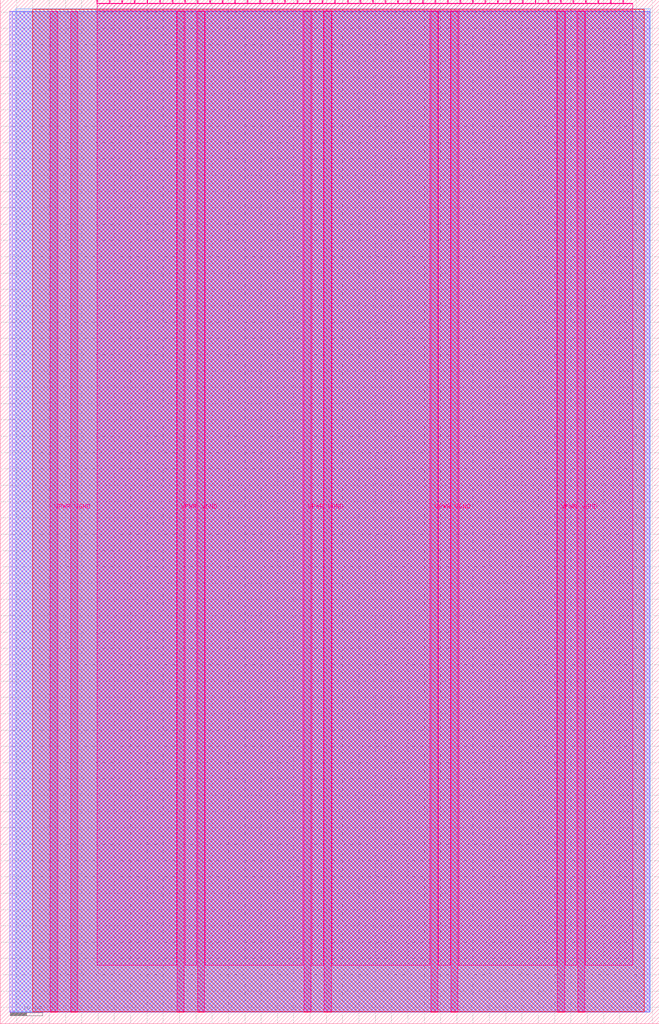
<source format=lef>
VERSION 5.7 ;
  NOWIREEXTENSIONATPIN ON ;
  DIVIDERCHAR "/" ;
  BUSBITCHARS "[]" ;
MACRO tt_um_dendraws_donut
  CLASS BLOCK ;
  FOREIGN tt_um_dendraws_donut ;
  ORIGIN 0.000 0.000 ;
  SIZE 202.080 BY 313.740 ;
  PIN VGND
    DIRECTION INOUT ;
    USE GROUND ;
    PORT
      LAYER Metal5 ;
        RECT 21.580 3.560 23.780 310.180 ;
    END
    PORT
      LAYER Metal5 ;
        RECT 60.450 3.560 62.650 310.180 ;
    END
    PORT
      LAYER Metal5 ;
        RECT 99.320 3.560 101.520 310.180 ;
    END
    PORT
      LAYER Metal5 ;
        RECT 138.190 3.560 140.390 310.180 ;
    END
    PORT
      LAYER Metal5 ;
        RECT 177.060 3.560 179.260 310.180 ;
    END
  END VGND
  PIN VPWR
    DIRECTION INOUT ;
    USE POWER ;
    PORT
      LAYER Metal5 ;
        RECT 15.380 3.560 17.580 310.180 ;
    END
    PORT
      LAYER Metal5 ;
        RECT 54.250 3.560 56.450 310.180 ;
    END
    PORT
      LAYER Metal5 ;
        RECT 93.120 3.560 95.320 310.180 ;
    END
    PORT
      LAYER Metal5 ;
        RECT 131.990 3.560 134.190 310.180 ;
    END
    PORT
      LAYER Metal5 ;
        RECT 170.860 3.560 173.060 310.180 ;
    END
  END VPWR
  PIN clk
    DIRECTION INPUT ;
    USE SIGNAL ;
    ANTENNAGATEAREA 0.213200 ;
    PORT
      LAYER Metal5 ;
        RECT 187.050 312.740 187.350 313.740 ;
    END
  END clk
  PIN ena
    DIRECTION INPUT ;
    USE SIGNAL ;
    PORT
      LAYER Metal5 ;
        RECT 190.890 312.740 191.190 313.740 ;
    END
  END ena
  PIN rst_n
    DIRECTION INPUT ;
    USE SIGNAL ;
    ANTENNAGATEAREA 0.314600 ;
    PORT
      LAYER Metal5 ;
        RECT 183.210 312.740 183.510 313.740 ;
    END
  END rst_n
  PIN ui_in[0]
    DIRECTION INPUT ;
    USE SIGNAL ;
    PORT
      LAYER Metal5 ;
        RECT 179.370 312.740 179.670 313.740 ;
    END
  END ui_in[0]
  PIN ui_in[1]
    DIRECTION INPUT ;
    USE SIGNAL ;
    PORT
      LAYER Metal5 ;
        RECT 175.530 312.740 175.830 313.740 ;
    END
  END ui_in[1]
  PIN ui_in[2]
    DIRECTION INPUT ;
    USE SIGNAL ;
    PORT
      LAYER Metal5 ;
        RECT 171.690 312.740 171.990 313.740 ;
    END
  END ui_in[2]
  PIN ui_in[3]
    DIRECTION INPUT ;
    USE SIGNAL ;
    PORT
      LAYER Metal5 ;
        RECT 167.850 312.740 168.150 313.740 ;
    END
  END ui_in[3]
  PIN ui_in[4]
    DIRECTION INPUT ;
    USE SIGNAL ;
    PORT
      LAYER Metal5 ;
        RECT 164.010 312.740 164.310 313.740 ;
    END
  END ui_in[4]
  PIN ui_in[5]
    DIRECTION INPUT ;
    USE SIGNAL ;
    PORT
      LAYER Metal5 ;
        RECT 160.170 312.740 160.470 313.740 ;
    END
  END ui_in[5]
  PIN ui_in[6]
    DIRECTION INPUT ;
    USE SIGNAL ;
    PORT
      LAYER Metal5 ;
        RECT 156.330 312.740 156.630 313.740 ;
    END
  END ui_in[6]
  PIN ui_in[7]
    DIRECTION INPUT ;
    USE SIGNAL ;
    PORT
      LAYER Metal5 ;
        RECT 152.490 312.740 152.790 313.740 ;
    END
  END ui_in[7]
  PIN uio_in[0]
    DIRECTION INPUT ;
    USE SIGNAL ;
    PORT
      LAYER Metal5 ;
        RECT 148.650 312.740 148.950 313.740 ;
    END
  END uio_in[0]
  PIN uio_in[1]
    DIRECTION INPUT ;
    USE SIGNAL ;
    PORT
      LAYER Metal5 ;
        RECT 144.810 312.740 145.110 313.740 ;
    END
  END uio_in[1]
  PIN uio_in[2]
    DIRECTION INPUT ;
    USE SIGNAL ;
    PORT
      LAYER Metal5 ;
        RECT 140.970 312.740 141.270 313.740 ;
    END
  END uio_in[2]
  PIN uio_in[3]
    DIRECTION INPUT ;
    USE SIGNAL ;
    PORT
      LAYER Metal5 ;
        RECT 137.130 312.740 137.430 313.740 ;
    END
  END uio_in[3]
  PIN uio_in[4]
    DIRECTION INPUT ;
    USE SIGNAL ;
    PORT
      LAYER Metal5 ;
        RECT 133.290 312.740 133.590 313.740 ;
    END
  END uio_in[4]
  PIN uio_in[5]
    DIRECTION INPUT ;
    USE SIGNAL ;
    PORT
      LAYER Metal5 ;
        RECT 129.450 312.740 129.750 313.740 ;
    END
  END uio_in[5]
  PIN uio_in[6]
    DIRECTION INPUT ;
    USE SIGNAL ;
    PORT
      LAYER Metal5 ;
        RECT 125.610 312.740 125.910 313.740 ;
    END
  END uio_in[6]
  PIN uio_in[7]
    DIRECTION INPUT ;
    USE SIGNAL ;
    PORT
      LAYER Metal5 ;
        RECT 121.770 312.740 122.070 313.740 ;
    END
  END uio_in[7]
  PIN uio_oe[0]
    DIRECTION OUTPUT ;
    USE SIGNAL ;
    ANTENNADIFFAREA 0.299200 ;
    PORT
      LAYER Metal5 ;
        RECT 56.490 312.740 56.790 313.740 ;
    END
  END uio_oe[0]
  PIN uio_oe[1]
    DIRECTION OUTPUT ;
    USE SIGNAL ;
    ANTENNADIFFAREA 0.299200 ;
    PORT
      LAYER Metal5 ;
        RECT 52.650 312.740 52.950 313.740 ;
    END
  END uio_oe[1]
  PIN uio_oe[2]
    DIRECTION OUTPUT ;
    USE SIGNAL ;
    ANTENNADIFFAREA 0.299200 ;
    PORT
      LAYER Metal5 ;
        RECT 48.810 312.740 49.110 313.740 ;
    END
  END uio_oe[2]
  PIN uio_oe[3]
    DIRECTION OUTPUT ;
    USE SIGNAL ;
    ANTENNADIFFAREA 0.299200 ;
    PORT
      LAYER Metal5 ;
        RECT 44.970 312.740 45.270 313.740 ;
    END
  END uio_oe[3]
  PIN uio_oe[4]
    DIRECTION OUTPUT ;
    USE SIGNAL ;
    ANTENNADIFFAREA 0.299200 ;
    PORT
      LAYER Metal5 ;
        RECT 41.130 312.740 41.430 313.740 ;
    END
  END uio_oe[4]
  PIN uio_oe[5]
    DIRECTION OUTPUT ;
    USE SIGNAL ;
    ANTENNADIFFAREA 0.299200 ;
    PORT
      LAYER Metal5 ;
        RECT 37.290 312.740 37.590 313.740 ;
    END
  END uio_oe[5]
  PIN uio_oe[6]
    DIRECTION OUTPUT ;
    USE SIGNAL ;
    ANTENNADIFFAREA 0.299200 ;
    PORT
      LAYER Metal5 ;
        RECT 33.450 312.740 33.750 313.740 ;
    END
  END uio_oe[6]
  PIN uio_oe[7]
    DIRECTION OUTPUT ;
    USE SIGNAL ;
    ANTENNADIFFAREA 0.299200 ;
    PORT
      LAYER Metal5 ;
        RECT 29.610 312.740 29.910 313.740 ;
    END
  END uio_oe[7]
  PIN uio_out[0]
    DIRECTION OUTPUT ;
    USE SIGNAL ;
    ANTENNADIFFAREA 0.299200 ;
    PORT
      LAYER Metal5 ;
        RECT 87.210 312.740 87.510 313.740 ;
    END
  END uio_out[0]
  PIN uio_out[1]
    DIRECTION OUTPUT ;
    USE SIGNAL ;
    ANTENNADIFFAREA 0.299200 ;
    PORT
      LAYER Metal5 ;
        RECT 83.370 312.740 83.670 313.740 ;
    END
  END uio_out[1]
  PIN uio_out[2]
    DIRECTION OUTPUT ;
    USE SIGNAL ;
    ANTENNADIFFAREA 0.299200 ;
    PORT
      LAYER Metal5 ;
        RECT 79.530 312.740 79.830 313.740 ;
    END
  END uio_out[2]
  PIN uio_out[3]
    DIRECTION OUTPUT ;
    USE SIGNAL ;
    ANTENNADIFFAREA 0.299200 ;
    PORT
      LAYER Metal5 ;
        RECT 75.690 312.740 75.990 313.740 ;
    END
  END uio_out[3]
  PIN uio_out[4]
    DIRECTION OUTPUT ;
    USE SIGNAL ;
    ANTENNADIFFAREA 0.299200 ;
    PORT
      LAYER Metal5 ;
        RECT 71.850 312.740 72.150 313.740 ;
    END
  END uio_out[4]
  PIN uio_out[5]
    DIRECTION OUTPUT ;
    USE SIGNAL ;
    ANTENNADIFFAREA 0.299200 ;
    PORT
      LAYER Metal5 ;
        RECT 68.010 312.740 68.310 313.740 ;
    END
  END uio_out[5]
  PIN uio_out[6]
    DIRECTION OUTPUT ;
    USE SIGNAL ;
    ANTENNADIFFAREA 0.299200 ;
    PORT
      LAYER Metal5 ;
        RECT 64.170 312.740 64.470 313.740 ;
    END
  END uio_out[6]
  PIN uio_out[7]
    DIRECTION OUTPUT ;
    USE SIGNAL ;
    ANTENNADIFFAREA 0.299200 ;
    PORT
      LAYER Metal5 ;
        RECT 60.330 312.740 60.630 313.740 ;
    END
  END uio_out[7]
  PIN uo_out[0]
    DIRECTION OUTPUT ;
    USE SIGNAL ;
    ANTENNADIFFAREA 0.706800 ;
    PORT
      LAYER Metal5 ;
        RECT 117.930 312.740 118.230 313.740 ;
    END
  END uo_out[0]
  PIN uo_out[1]
    DIRECTION OUTPUT ;
    USE SIGNAL ;
    ANTENNADIFFAREA 0.706800 ;
    PORT
      LAYER Metal5 ;
        RECT 114.090 312.740 114.390 313.740 ;
    END
  END uo_out[1]
  PIN uo_out[2]
    DIRECTION OUTPUT ;
    USE SIGNAL ;
    ANTENNAGATEAREA 0.213200 ;
    ANTENNADIFFAREA 0.988000 ;
    PORT
      LAYER Metal5 ;
        RECT 110.250 312.740 110.550 313.740 ;
    END
  END uo_out[2]
  PIN uo_out[3]
    DIRECTION OUTPUT ;
    USE SIGNAL ;
    ANTENNADIFFAREA 0.706800 ;
    PORT
      LAYER Metal5 ;
        RECT 106.410 312.740 106.710 313.740 ;
    END
  END uo_out[3]
  PIN uo_out[4]
    DIRECTION OUTPUT ;
    USE SIGNAL ;
    ANTENNADIFFAREA 0.706800 ;
    PORT
      LAYER Metal5 ;
        RECT 102.570 312.740 102.870 313.740 ;
    END
  END uo_out[4]
  PIN uo_out[5]
    DIRECTION OUTPUT ;
    USE SIGNAL ;
    ANTENNAGATEAREA 0.426400 ;
    ANTENNADIFFAREA 0.988000 ;
    PORT
      LAYER Metal5 ;
        RECT 98.730 312.740 99.030 313.740 ;
    END
  END uo_out[5]
  PIN uo_out[6]
    DIRECTION OUTPUT ;
    USE SIGNAL ;
    ANTENNADIFFAREA 0.988000 ;
    PORT
      LAYER Metal5 ;
        RECT 94.890 312.740 95.190 313.740 ;
    END
  END uo_out[6]
  PIN uo_out[7]
    DIRECTION OUTPUT ;
    USE SIGNAL ;
    ANTENNADIFFAREA 1.413600 ;
    PORT
      LAYER Metal5 ;
        RECT 91.050 312.740 91.350 313.740 ;
    END
  END uo_out[7]
  OBS
      LAYER GatPoly ;
        RECT 2.880 3.630 199.200 310.110 ;
      LAYER Metal1 ;
        RECT 2.880 3.560 199.200 310.180 ;
      LAYER Metal2 ;
        RECT 3.650 3.680 199.345 310.060 ;
      LAYER Metal3 ;
        RECT 4.700 3.635 199.300 310.945 ;
      LAYER Metal4 ;
        RECT 9.935 3.680 197.425 310.900 ;
      LAYER Metal5 ;
        RECT 30.120 312.530 33.240 312.740 ;
        RECT 33.960 312.530 37.080 312.740 ;
        RECT 37.800 312.530 40.920 312.740 ;
        RECT 41.640 312.530 44.760 312.740 ;
        RECT 45.480 312.530 48.600 312.740 ;
        RECT 49.320 312.530 52.440 312.740 ;
        RECT 53.160 312.530 56.280 312.740 ;
        RECT 57.000 312.530 60.120 312.740 ;
        RECT 60.840 312.530 63.960 312.740 ;
        RECT 64.680 312.530 67.800 312.740 ;
        RECT 68.520 312.530 71.640 312.740 ;
        RECT 72.360 312.530 75.480 312.740 ;
        RECT 76.200 312.530 79.320 312.740 ;
        RECT 80.040 312.530 83.160 312.740 ;
        RECT 83.880 312.530 87.000 312.740 ;
        RECT 87.720 312.530 90.840 312.740 ;
        RECT 91.560 312.530 94.680 312.740 ;
        RECT 95.400 312.530 98.520 312.740 ;
        RECT 99.240 312.530 102.360 312.740 ;
        RECT 103.080 312.530 106.200 312.740 ;
        RECT 106.920 312.530 110.040 312.740 ;
        RECT 110.760 312.530 113.880 312.740 ;
        RECT 114.600 312.530 117.720 312.740 ;
        RECT 118.440 312.530 121.560 312.740 ;
        RECT 122.280 312.530 125.400 312.740 ;
        RECT 126.120 312.530 129.240 312.740 ;
        RECT 129.960 312.530 133.080 312.740 ;
        RECT 133.800 312.530 136.920 312.740 ;
        RECT 137.640 312.530 140.760 312.740 ;
        RECT 141.480 312.530 144.600 312.740 ;
        RECT 145.320 312.530 148.440 312.740 ;
        RECT 149.160 312.530 152.280 312.740 ;
        RECT 153.000 312.530 156.120 312.740 ;
        RECT 156.840 312.530 159.960 312.740 ;
        RECT 160.680 312.530 163.800 312.740 ;
        RECT 164.520 312.530 167.640 312.740 ;
        RECT 168.360 312.530 171.480 312.740 ;
        RECT 172.200 312.530 175.320 312.740 ;
        RECT 176.040 312.530 179.160 312.740 ;
        RECT 179.880 312.530 183.000 312.740 ;
        RECT 183.720 312.530 186.840 312.740 ;
        RECT 187.560 312.530 190.680 312.740 ;
        RECT 191.400 312.530 194.020 312.740 ;
        RECT 29.660 310.390 194.020 312.530 ;
        RECT 29.660 17.915 54.040 310.390 ;
        RECT 56.660 17.915 60.240 310.390 ;
        RECT 62.860 17.915 92.910 310.390 ;
        RECT 95.530 17.915 99.110 310.390 ;
        RECT 101.730 17.915 131.780 310.390 ;
        RECT 134.400 17.915 137.980 310.390 ;
        RECT 140.600 17.915 170.650 310.390 ;
        RECT 173.270 17.915 176.850 310.390 ;
        RECT 179.470 17.915 194.020 310.390 ;
  END
END tt_um_dendraws_donut
END LIBRARY


</source>
